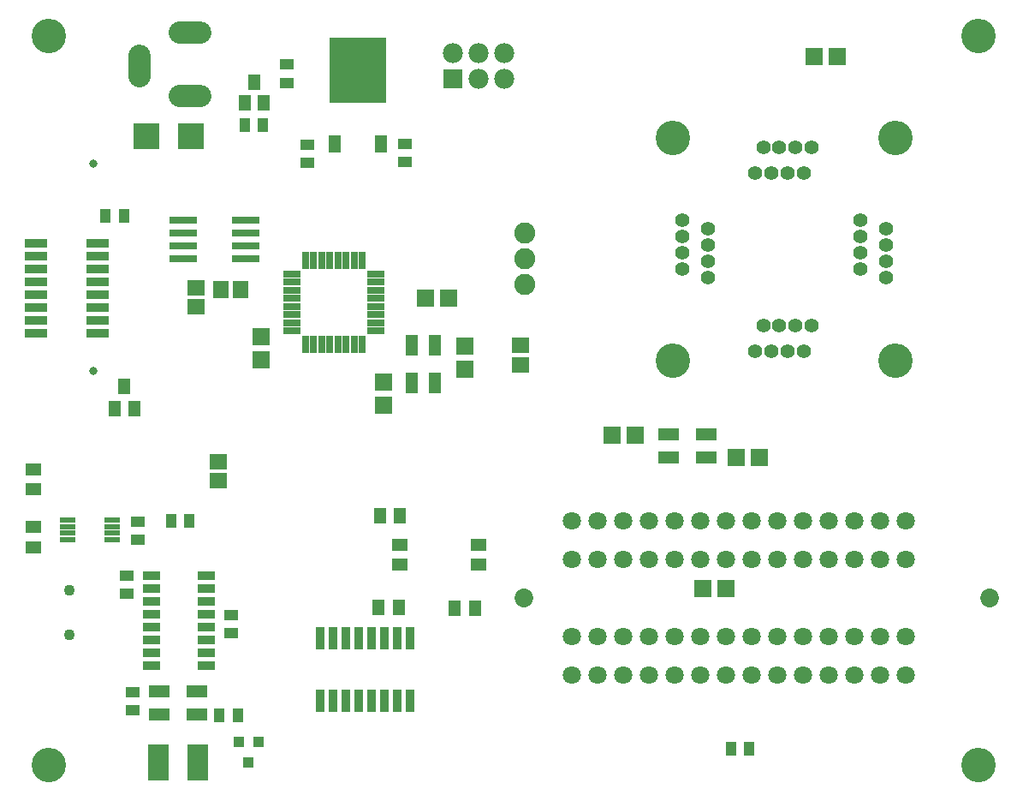
<source format=gbs>
G75*
%MOIN*%
%OFA0B0*%
%FSLAX25Y25*%
%IPPOS*%
%LPD*%
%AMOC8*
5,1,8,0,0,1.08239X$1,22.5*
%
%ADD10C,0.13398*%
%ADD11R,0.06800X0.06800*%
%ADD12R,0.05524X0.03950*%
%ADD13R,0.03950X0.05524*%
%ADD14R,0.03400X0.08800*%
%ADD15R,0.06600X0.02800*%
%ADD16R,0.02800X0.06600*%
%ADD17R,0.22060X0.25209*%
%ADD18R,0.04737X0.07099*%
%ADD19C,0.08674*%
%ADD20R,0.08280X0.05131*%
%ADD21R,0.05918X0.06706*%
%ADD22R,0.06706X0.05918*%
%ADD23C,0.05556*%
%ADD24C,0.04343*%
%ADD25R,0.10643X0.03005*%
%ADD26R,0.04700X0.06000*%
%ADD27R,0.06800X0.03300*%
%ADD28R,0.05131X0.08280*%
%ADD29R,0.07800X0.07800*%
%ADD30C,0.07800*%
%ADD31C,0.07099*%
%ADD32C,0.07296*%
%ADD33R,0.06312X0.05131*%
%ADD34R,0.08280X0.14186*%
%ADD35R,0.03900X0.04300*%
%ADD36R,0.10249X0.10249*%
%ADD37R,0.06133X0.02158*%
%ADD38R,0.06141X0.02165*%
%ADD39R,0.06134X0.02172*%
%ADD40R,0.06119X0.02173*%
%ADD41R,0.06083X0.02156*%
%ADD42R,0.06091X0.02165*%
%ADD43R,0.06101X0.02166*%
%ADD44R,0.06093X0.02174*%
%ADD45C,0.08200*%
%ADD46C,0.03162*%
%ADD47R,0.04737X0.06312*%
%ADD48R,0.05131X0.06312*%
%ADD49R,0.08800X0.03400*%
D10*
X0017929Y0017929D03*
X0260961Y0175134D03*
X0347575Y0175134D03*
X0347575Y0261748D03*
X0380134Y0301394D03*
X0260961Y0261748D03*
X0017929Y0301394D03*
X0380134Y0017929D03*
D11*
X0281551Y0086512D03*
X0272551Y0086512D03*
X0285646Y0137614D03*
X0294646Y0137614D03*
X0246276Y0146276D03*
X0237276Y0146276D03*
X0180134Y0171921D03*
X0180134Y0180921D03*
X0173701Y0199346D03*
X0164701Y0199346D03*
X0148244Y0166748D03*
X0148244Y0157748D03*
X0100528Y0175622D03*
X0100528Y0184622D03*
X0316000Y0293638D03*
X0325000Y0293638D03*
D12*
X0156630Y0259465D03*
X0156630Y0252378D03*
X0118717Y0252181D03*
X0118717Y0259268D03*
X0110843Y0283283D03*
X0110843Y0290370D03*
X0052575Y0112417D03*
X0052575Y0105331D03*
X0048244Y0091551D03*
X0048244Y0084465D03*
X0089071Y0076236D03*
X0089071Y0069150D03*
X0050606Y0046276D03*
X0050606Y0039189D03*
D13*
X0084465Y0037220D03*
X0091551Y0037220D03*
X0072654Y0112811D03*
X0065567Y0112811D03*
X0047260Y0231315D03*
X0040173Y0231315D03*
X0094386Y0266866D03*
X0101472Y0266866D03*
X0283677Y0024228D03*
X0290764Y0024228D03*
D14*
X0158539Y0042955D03*
X0153539Y0042955D03*
X0148539Y0042955D03*
X0143539Y0042955D03*
X0138539Y0042955D03*
X0133539Y0042955D03*
X0128539Y0042955D03*
X0123539Y0042955D03*
X0123539Y0067155D03*
X0128539Y0067155D03*
X0133539Y0067155D03*
X0138539Y0067155D03*
X0143539Y0067155D03*
X0148539Y0067155D03*
X0153539Y0067155D03*
X0158539Y0067155D03*
D15*
X0145231Y0186811D03*
X0145231Y0189911D03*
X0145231Y0193111D03*
X0145231Y0196211D03*
X0145231Y0199411D03*
X0145231Y0202511D03*
X0145231Y0205711D03*
X0145231Y0208811D03*
X0112831Y0208811D03*
X0112831Y0205711D03*
X0112831Y0202511D03*
X0112831Y0199411D03*
X0112831Y0196211D03*
X0112831Y0193111D03*
X0112831Y0189911D03*
X0112831Y0186811D03*
D16*
X0118031Y0181611D03*
X0121131Y0181611D03*
X0124331Y0181611D03*
X0127431Y0181611D03*
X0130631Y0181611D03*
X0133731Y0181611D03*
X0136931Y0181611D03*
X0140031Y0181611D03*
X0140031Y0214011D03*
X0136931Y0214011D03*
X0133731Y0214011D03*
X0130631Y0214011D03*
X0127431Y0214011D03*
X0124331Y0214011D03*
X0121131Y0214011D03*
X0118031Y0214011D03*
D17*
X0138402Y0288205D03*
D18*
X0147378Y0259465D03*
X0129425Y0259465D03*
D19*
X0076984Y0278008D02*
X0069110Y0278008D01*
X0053362Y0285882D02*
X0053362Y0293756D01*
X0069110Y0302811D02*
X0076984Y0302811D01*
D20*
X0259307Y0146512D03*
X0259307Y0137457D03*
X0273874Y0137457D03*
X0273874Y0146512D03*
X0075567Y0046433D03*
X0075567Y0037378D03*
X0061000Y0037378D03*
X0061000Y0046433D03*
D21*
X0085055Y0202969D03*
X0092535Y0202969D03*
D22*
X0075409Y0203559D03*
X0075409Y0196079D03*
X0083913Y0135803D03*
X0083913Y0128323D03*
X0201787Y0173638D03*
X0201787Y0181118D03*
D23*
X0264583Y0210764D03*
X0264583Y0217063D03*
X0264583Y0223362D03*
X0264583Y0229661D03*
X0274583Y0226512D03*
X0274583Y0220213D03*
X0274583Y0213913D03*
X0274583Y0207614D03*
X0296197Y0188756D03*
X0302496Y0188756D03*
X0308795Y0188756D03*
X0315094Y0188756D03*
X0311945Y0178756D03*
X0305646Y0178756D03*
X0299346Y0178756D03*
X0293047Y0178756D03*
X0333953Y0210764D03*
X0333953Y0217063D03*
X0333953Y0223362D03*
X0333953Y0229661D03*
X0343953Y0226512D03*
X0343953Y0220213D03*
X0343953Y0213913D03*
X0343953Y0207614D03*
X0311945Y0248126D03*
X0305646Y0248126D03*
X0299346Y0248126D03*
X0293047Y0248126D03*
X0296197Y0258126D03*
X0302496Y0258126D03*
X0308795Y0258126D03*
X0315094Y0258126D03*
D24*
X0025961Y0085843D03*
X0025961Y0068520D03*
D25*
X0070237Y0214957D03*
X0070237Y0219957D03*
X0070237Y0224957D03*
X0070237Y0229957D03*
X0094755Y0229957D03*
X0094755Y0224957D03*
X0094755Y0219957D03*
X0094755Y0214957D03*
D26*
X0094269Y0275346D03*
X0101669Y0275346D03*
X0097969Y0283346D03*
D27*
X0079209Y0091453D03*
X0079209Y0086453D03*
X0079209Y0081453D03*
X0079209Y0076453D03*
X0079209Y0071453D03*
X0079209Y0066453D03*
X0079209Y0061453D03*
X0079209Y0056453D03*
X0057988Y0056453D03*
X0057988Y0061453D03*
X0057988Y0066453D03*
X0057988Y0071453D03*
X0057988Y0076453D03*
X0057988Y0081453D03*
X0057988Y0086453D03*
X0057988Y0091453D03*
D28*
X0159425Y0166512D03*
X0168480Y0166512D03*
X0168480Y0181079D03*
X0159425Y0181079D03*
D29*
X0175409Y0284858D03*
D30*
X0185409Y0284858D03*
X0185409Y0294858D03*
X0175409Y0294858D03*
X0195409Y0294858D03*
X0195409Y0284858D03*
D31*
X0221630Y0112772D03*
X0231630Y0112772D03*
X0241630Y0112772D03*
X0251630Y0112772D03*
X0261630Y0112772D03*
X0271630Y0112772D03*
X0281630Y0112772D03*
X0291630Y0112772D03*
X0301630Y0112772D03*
X0311630Y0112772D03*
X0321630Y0112772D03*
X0331630Y0112772D03*
X0341630Y0112772D03*
X0351630Y0112772D03*
X0351630Y0097772D03*
X0341630Y0097772D03*
X0331630Y0097772D03*
X0321630Y0097772D03*
X0311630Y0097772D03*
X0301630Y0097772D03*
X0291630Y0097772D03*
X0281630Y0097772D03*
X0271630Y0097772D03*
X0261630Y0097772D03*
X0251630Y0097772D03*
X0241630Y0097772D03*
X0231630Y0097772D03*
X0221630Y0097772D03*
X0221630Y0067772D03*
X0231630Y0067772D03*
X0241630Y0067772D03*
X0251630Y0067772D03*
X0261630Y0067772D03*
X0271630Y0067772D03*
X0281630Y0067772D03*
X0291630Y0067772D03*
X0301630Y0067772D03*
X0311630Y0067772D03*
X0321630Y0067772D03*
X0331630Y0067772D03*
X0341630Y0067772D03*
X0351630Y0067772D03*
X0351630Y0052772D03*
X0341630Y0052772D03*
X0331630Y0052772D03*
X0321630Y0052772D03*
X0311630Y0052772D03*
X0301630Y0052772D03*
X0291630Y0052772D03*
X0281630Y0052772D03*
X0271630Y0052772D03*
X0261630Y0052772D03*
X0251630Y0052772D03*
X0241630Y0052772D03*
X0231630Y0052772D03*
X0221630Y0052772D03*
D32*
X0202890Y0082732D03*
X0384346Y0082811D03*
D33*
X0185449Y0095685D03*
X0185449Y0103559D03*
X0154740Y0103559D03*
X0154740Y0095685D03*
X0012024Y0102575D03*
X0012024Y0110449D03*
X0012024Y0125016D03*
X0012024Y0132890D03*
D34*
X0060646Y0018717D03*
X0076000Y0018717D03*
D35*
X0091982Y0026654D03*
X0099582Y0026654D03*
X0095782Y0018654D03*
D36*
X0073441Y0262417D03*
X0056118Y0262417D03*
D37*
X0025394Y0105426D03*
D38*
X0025390Y0107988D03*
D39*
X0025394Y0110550D03*
D40*
X0025401Y0113110D03*
D41*
X0042742Y0105424D03*
D42*
X0042738Y0107988D03*
D43*
X0042733Y0110548D03*
D44*
X0042737Y0113111D03*
D45*
X0203362Y0204740D03*
X0203362Y0214740D03*
X0203362Y0224740D03*
D46*
X0035252Y0251787D03*
X0035252Y0171276D03*
D47*
X0047457Y0165173D03*
X0051197Y0156512D03*
X0043717Y0156512D03*
D48*
X0146866Y0114780D03*
X0154740Y0114780D03*
X0154346Y0079150D03*
X0146472Y0079150D03*
X0176000Y0078953D03*
X0183874Y0078953D03*
D49*
X0037116Y0185862D03*
X0037116Y0190862D03*
X0037116Y0195862D03*
X0037116Y0200862D03*
X0037116Y0205862D03*
X0037116Y0210862D03*
X0037116Y0215862D03*
X0037116Y0220862D03*
X0012916Y0220862D03*
X0012916Y0215862D03*
X0012916Y0210862D03*
X0012916Y0205862D03*
X0012916Y0200862D03*
X0012916Y0195862D03*
X0012916Y0190862D03*
X0012916Y0185862D03*
M02*

</source>
